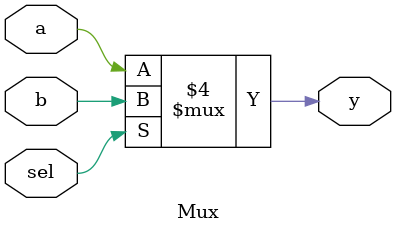
<source format=v>
module Mux (
  input wire sel,
  input wire a,
  input wire b,
  output reg y
);

  always @ (sel, a, b) begin
    if (sel == 1'b0) begin
      y = a;
    end else begin
      y = b;
    end
  end

endmodule
</source>
